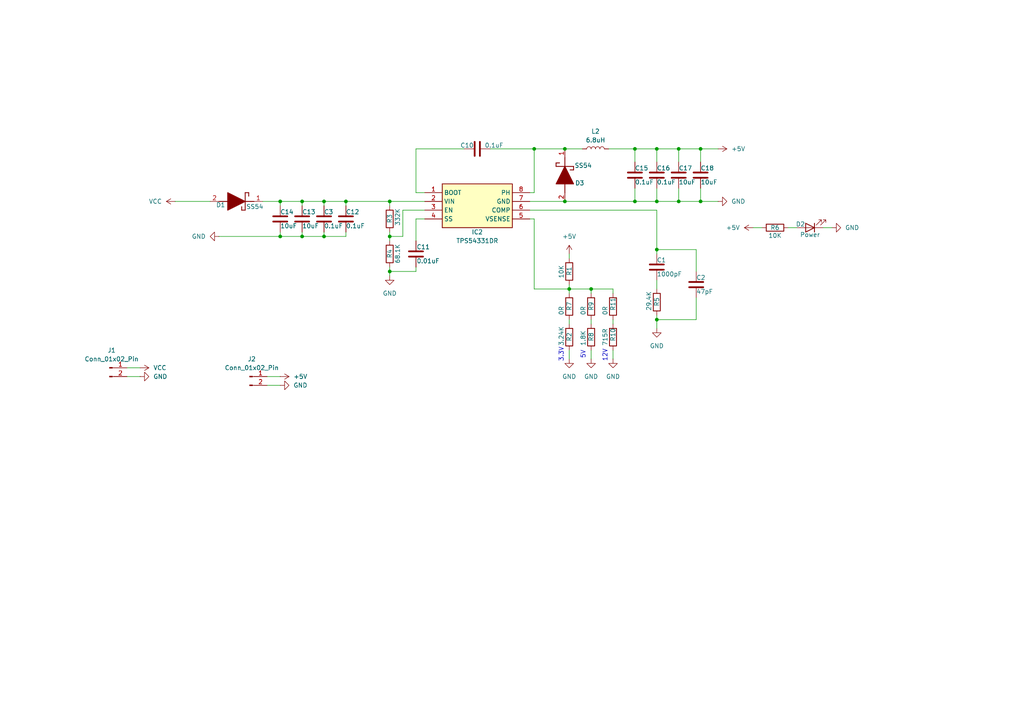
<source format=kicad_sch>
(kicad_sch (version 20231120) (generator "eeschema") (generator_version "8.0")
  (paper "A4")
  (lib_symbols
    (symbol "Connector:Conn_01x02_Pin" (pin_names (offset 1.016) hide)
      (property "Reference" "J" (at 0 2.54 0))
      (property "Value" "Conn_01x02_Pin" (at 0 -5.08 0))
      (symbol "Conn_01x02_Pin_1_1"
        (polyline (pts (xy 1.27 -2.54) (xy 0.8636 -2.54)) (stroke (width 0.1524)))
        (polyline (pts (xy 1.27 0) (xy 0.8636 0)) (stroke (width 0.1524)))
        (rectangle (start 0.8636 -2.413) (end 0 -2.667) (stroke (width 0.1524)) (fill (type outline)))
        (rectangle (start 0.8636 0.127) (end 0 -0.127) (stroke (width 0.1524)) (fill (type outline)))
        (pin passive line (at 5.08 0 180) (length 3.81) (name "Pin_1") (number "1"))
        (pin passive line (at 5.08 -2.54 180) (length 3.81) (name "Pin_2") (number "2"))
      )
    )
    (symbol "Device:C" (pin_numbers hide) (pin_names (offset 0.254))
      (property "Reference" "C" (at 0.635 2.54 0))
      (property "Value" "C" (at 0.635 -2.54 0))
      (symbol "C_0_1"
        (polyline (pts (xy -2.032 -0.762) (xy 2.032 -0.762)) (stroke (width 0.508)))
        (polyline (pts (xy -2.032 0.762) (xy 2.032 0.762)) (stroke (width 0.508)))
      )
      (symbol "C_1_1"
        (pin passive line (at 0 3.81 270) (length 2.794) (name "~") (number "1"))
        (pin passive line (at 0 -3.81 90) (length 2.794) (name "~") (number "2"))
      )
    )
    (symbol "Device:L" (pin_numbers hide) (pin_names (offset 1.016) hide)
      (property "Reference" "L" (at -1.27 0 90))
      (property "Value" "L" (at 1.905 0 90))
      (symbol "L_0_1"
        (arc (start 0 -2.54) (mid 0.6323 -1.905) (end 0 -1.27))
        (arc (start 0 -1.27) (mid 0.6323 -0.635) (end 0 0))
        (arc (start 0 0) (mid 0.6323 0.635) (end 0 1.27))
        (arc (start 0 1.27) (mid 0.6323 1.905) (end 0 2.54))
      )
      (symbol "L_1_1"
        (pin passive line (at 0 3.81 270) (length 1.27) (name "1") (number "1"))
        (pin passive line (at 0 -3.81 90) (length 1.27) (name "2") (number "2"))
      )
    )
    (symbol "Device:LED" (pin_numbers hide) (pin_names (offset 1.016) hide)
      (property "Reference" "D" (at 0 2.54 0))
      (property "Value" "LED" (at 0 -2.54 0))
      (symbol "LED_0_1"
        (polyline (pts (xy -1.27 -1.27) (xy -1.27 1.27)) (stroke (width 0.254)))
        (polyline (pts (xy -1.27 0) (xy 1.27 0)))
        (polyline (pts (xy 1.27 -1.27) (xy 1.27 1.27) (xy -1.27 0) (xy 1.27 -1.27)) (stroke (width 0.254)))
        (polyline (pts (xy -3.048 -0.762) (xy -4.572 -2.286) (xy -3.81 -2.286) (xy -4.572 -2.286) (xy -4.572 -1.524)))
        (polyline (pts (xy -1.778 -0.762) (xy -3.302 -2.286) (xy -2.54 -2.286) (xy -3.302 -2.286) (xy -3.302 -1.524)))
      )
      (symbol "LED_1_1"
        (pin passive line (at -3.81 0 0) (length 2.54) (name "K") (number "1"))
        (pin passive line (at 3.81 0 180) (length 2.54) (name "A") (number "2"))
      )
    )
    (symbol "Device:R" (pin_numbers hide) (pin_names (offset 0))
      (property "Reference" "R" (at 2.032 0 90))
      (property "Value" "R" (at 0 0 90))
      (symbol "R_0_1"
        (rectangle (start -1.016 -2.54) (end 1.016 2.54) (stroke (width 0.254)))
      )
      (symbol "R_1_1"
        (pin passive line (at 0 3.81 270) (length 1.27) (name "~") (number "1"))
        (pin passive line (at 0 -3.81 90) (length 1.27) (name "~") (number "2"))
      )
    )
    (symbol "SamacSys_Parts:SS54" (pin_names hide)
      (property "Reference" "D" (at 12.7 8.89 0))
      (property "Value" "SS54" (at 12.7 6.35 0))
      (symbol "SS54_1_1"
        (polyline (pts (xy 5.08 0) (xy 7.62 0)) (stroke (width 0.254)))
        (polyline (pts (xy 6.604 -1.524) (xy 6.604 -2.54)) (stroke (width 0.254)))
        (polyline (pts (xy 7.62 -2.54) (xy 6.604 -2.54)) (stroke (width 0.254)))
        (polyline (pts (xy 7.62 2.54) (xy 7.62 -2.54)) (stroke (width 0.254)))
        (polyline (pts (xy 7.62 2.54) (xy 8.636 2.54)) (stroke (width 0.254)))
        (polyline (pts (xy 8.636 1.524) (xy 8.636 2.54)) (stroke (width 0.254)))
        (polyline (pts (xy 12.7 0) (xy 15.24 0)) (stroke (width 0.254)))
        (polyline (pts (xy 7.62 0) (xy 12.7 2.54) (xy 12.7 -2.54) (xy 7.62 0)) (stroke (width 0.254)) (fill (type outline)))
        (pin passive line (at 2.54 0 0) (length 2.54) (name "K") (number "1"))
        (pin passive line (at 17.78 0 180) (length 2.54) (name "A") (number "2"))
      )
    )
    (symbol "SamacSys_Parts:TPS54331DR"
      (property "Reference" "IC" (at 26.67 7.62 0))
      (property "Value" "TPS54331DR" (at 26.67 5.08 0))
      (symbol "TPS54331DR_1_1"
        (rectangle (start 5.08 2.54) (end 25.4 -10.16) (stroke (width 0.254)) (fill (type background)))
        (pin passive line (at 0 0 0) (length 5.08) (name "BOOT") (number "1"))
        (pin passive line (at 0 -2.54 0) (length 5.08) (name "VIN") (number "2"))
        (pin passive line (at 0 -5.08 0) (length 5.08) (name "EN") (number "3"))
        (pin passive line (at 0 -7.62 0) (length 5.08) (name "SS") (number "4"))
        (pin passive line (at 30.48 -7.62 180) (length 5.08) (name "VSENSE") (number "5"))
        (pin passive line (at 30.48 -5.08 180) (length 5.08) (name "COMP") (number "6"))
        (pin passive line (at 30.48 -2.54 180) (length 5.08) (name "GND") (number "7"))
        (pin passive line (at 30.48 0 180) (length 5.08) (name "PH") (number "8"))
      )
    )
    (symbol "power:+5V" (power) (pin_numbers hide) (pin_names (offset 0) hide)
      (property "Value" "+5V" (at 0 3.556 0))
      (symbol "+5V_0_1"
        (polyline (pts (xy -0.762 1.27) (xy 0 2.54)))
        (polyline (pts (xy 0 0) (xy 0 2.54)))
        (polyline (pts (xy 0 2.54) (xy 0.762 1.27)))
      )
      (symbol "+5V_1_1"
        (pin power_in line (at 0 0 90) (length 0) (name "~") (number "1"))
      )
    )
    (symbol "power:GND" (power) (pin_numbers hide) (pin_names (offset 0) hide)
      (property "Value" "GND" (at 0 -3.81 0))
      (symbol "GND_0_1"
        (polyline (pts (xy 0 0) (xy 0 -1.27) (xy 1.27 -1.27) (xy 0 -2.54) (xy -1.27 -1.27) (xy 0 -1.27)))
      )
      (symbol "GND_1_1"
        (pin power_in line (at 0 0 270) (length 0) (name "~") (number "1"))
      )
    )
    (symbol "power:VCC" (power) (pin_numbers hide) (pin_names (offset 0) hide)
      (property "Value" "VCC" (at 0 3.556 0))
      (symbol "VCC_0_1"
        (polyline (pts (xy -0.762 1.27) (xy 0 2.54)))
        (polyline (pts (xy 0 0) (xy 0 2.54)))
        (polyline (pts (xy 0 2.54) (xy 0.762 1.27)))
      )
      (symbol "VCC_1_1"
        (pin power_in line (at 0 0 90) (length 0) (name "~") (number "1"))
      )
    )
  )
  (junction (at 87.63 58.42))
  (junction (at 203.2 43.18))
  (junction (at 165.1 83.82))
  (junction (at 184.15 43.18))
  (junction (at 93.98 68.58))
  (junction (at 184.15 58.42))
  (junction (at 190.5 72.39))
  (junction (at 113.03 78.74))
  (junction (at 190.5 43.18))
  (junction (at 113.03 58.42))
  (junction (at 100.33 58.42))
  (junction (at 203.2 58.42))
  (junction (at 87.63 68.58))
  (junction (at 190.5 58.42))
  (junction (at 113.03 68.58))
  (junction (at 154.94 43.18))
  (junction (at 93.98 58.42))
  (junction (at 163.83 58.42))
  (junction (at 81.28 68.58))
  (junction (at 171.45 83.82))
  (junction (at 163.83 43.18))
  (junction (at 190.5 92.71))
  (junction (at 196.85 58.42))
  (junction (at 196.85 43.18))
  (junction (at 81.28 58.42))
  (wire (pts (xy 36.83 106.68) (xy 40.64 106.68)))
  (wire (pts (xy 120.65 43.18) (xy 134.62 43.18)))
  (wire (pts (xy 177.8 101.6) (xy 177.8 104.14)))
  (wire (pts (xy 184.15 43.18) (xy 184.15 46.99)))
  (wire (pts (xy 81.28 68.58) (xy 87.63 68.58)))
  (wire (pts (xy 50.8 58.42) (xy 60.96 58.42)))
  (wire (pts (xy 165.1 83.82) (xy 171.45 83.82)))
  (wire (pts (xy 113.03 58.42) (xy 123.19 58.42)))
  (wire (pts (xy 153.67 58.42) (xy 163.83 58.42)))
  (wire (pts (xy 190.5 72.39) (xy 190.5 73.66)))
  (wire (pts (xy 190.5 92.71) (xy 190.5 95.25)))
  (wire (pts (xy 116.84 60.96) (xy 116.84 68.58)))
  (wire (pts (xy 190.5 58.42) (xy 190.5 54.61)))
  (wire (pts (xy 87.63 68.58) (xy 93.98 68.58)))
  (wire (pts (xy 190.5 92.71) (xy 201.93 92.71)))
  (wire (pts (xy 113.03 78.74) (xy 120.65 78.74)))
  (wire (pts (xy 177.8 83.82) (xy 177.8 85.09)))
  (wire (pts (xy 165.1 92.71) (xy 165.1 93.98)))
  (wire (pts (xy 203.2 43.18) (xy 208.28 43.18)))
  (wire (pts (xy 184.15 58.42) (xy 184.15 54.61)))
  (wire (pts (xy 81.28 58.42) (xy 81.28 59.69)))
  (wire (pts (xy 196.85 43.18) (xy 196.85 46.99)))
  (wire (pts (xy 196.85 58.42) (xy 196.85 54.61)))
  (wire (pts (xy 81.28 67.31) (xy 81.28 68.58)))
  (wire (pts (xy 120.65 43.18) (xy 120.65 55.88)))
  (wire (pts (xy 123.19 60.96) (xy 116.84 60.96)))
  (wire (pts (xy 36.83 109.22) (xy 40.64 109.22)))
  (wire (pts (xy 100.33 58.42) (xy 100.33 59.69)))
  (wire (pts (xy 93.98 58.42) (xy 87.63 58.42)))
  (wire (pts (xy 201.93 72.39) (xy 190.5 72.39)))
  (wire (pts (xy 113.03 69.85) (xy 113.03 68.58)))
  (wire (pts (xy 120.65 77.47) (xy 120.65 78.74)))
  (wire (pts (xy 171.45 83.82) (xy 171.45 85.09)))
  (wire (pts (xy 238.76 66.04) (xy 241.3 66.04)))
  (wire (pts (xy 171.45 83.82) (xy 177.8 83.82)))
  (wire (pts (xy 196.85 58.42) (xy 203.2 58.42)))
  (wire (pts (xy 154.94 43.18) (xy 154.94 55.88)))
  (wire (pts (xy 171.45 101.6) (xy 171.45 104.14)))
  (wire (pts (xy 100.33 68.58) (xy 100.33 67.31)))
  (wire (pts (xy 190.5 81.28) (xy 190.5 83.82)))
  (wire (pts (xy 203.2 58.42) (xy 203.2 54.61)))
  (wire (pts (xy 163.83 43.18) (xy 168.91 43.18)))
  (wire (pts (xy 165.1 83.82) (xy 165.1 85.09)))
  (wire (pts (xy 171.45 92.71) (xy 171.45 93.98)))
  (wire (pts (xy 93.98 58.42) (xy 100.33 58.42)))
  (wire (pts (xy 154.94 63.5) (xy 154.94 83.82)))
  (wire (pts (xy 190.5 58.42) (xy 196.85 58.42)))
  (wire (pts (xy 93.98 67.31) (xy 93.98 68.58)))
  (wire (pts (xy 154.94 83.82) (xy 165.1 83.82)))
  (wire (pts (xy 184.15 58.42) (xy 190.5 58.42)))
  (wire (pts (xy 201.93 92.71) (xy 201.93 86.36)))
  (wire (pts (xy 154.94 63.5) (xy 153.67 63.5)))
  (wire (pts (xy 113.03 68.58) (xy 116.84 68.58)))
  (wire (pts (xy 123.19 63.5) (xy 120.65 63.5)))
  (wire (pts (xy 153.67 60.96) (xy 190.5 60.96)))
  (wire (pts (xy 177.8 92.71) (xy 177.8 93.98)))
  (wire (pts (xy 165.1 101.6) (xy 165.1 104.14)))
  (wire (pts (xy 113.03 77.47) (xy 113.03 78.74)))
  (wire (pts (xy 142.24 43.18) (xy 154.94 43.18)))
  (wire (pts (xy 113.03 80.01) (xy 113.03 78.74)))
  (wire (pts (xy 218.44 66.04) (xy 220.98 66.04)))
  (wire (pts (xy 120.65 55.88) (xy 123.19 55.88)))
  (wire (pts (xy 163.83 58.42) (xy 184.15 58.42)))
  (wire (pts (xy 154.94 55.88) (xy 153.67 55.88)))
  (wire (pts (xy 63.5 68.58) (xy 81.28 68.58)))
  (wire (pts (xy 203.2 43.18) (xy 203.2 46.99)))
  (wire (pts (xy 228.6 66.04) (xy 231.14 66.04)))
  (wire (pts (xy 113.03 68.58) (xy 113.03 67.31)))
  (wire (pts (xy 201.93 78.74) (xy 201.93 72.39)))
  (wire (pts (xy 87.63 58.42) (xy 87.63 59.69)))
  (wire (pts (xy 77.47 111.76) (xy 81.28 111.76)))
  (wire (pts (xy 120.65 63.5) (xy 120.65 69.85)))
  (wire (pts (xy 203.2 58.42) (xy 208.28 58.42)))
  (wire (pts (xy 190.5 72.39) (xy 190.5 60.96)))
  (wire (pts (xy 113.03 59.69) (xy 113.03 58.42)))
  (wire (pts (xy 154.94 43.18) (xy 163.83 43.18)))
  (wire (pts (xy 76.2 58.42) (xy 81.28 58.42)))
  (wire (pts (xy 190.5 91.44) (xy 190.5 92.71)))
  (wire (pts (xy 196.85 43.18) (xy 203.2 43.18)))
  (wire (pts (xy 100.33 58.42) (xy 113.03 58.42)))
  (wire (pts (xy 190.5 43.18) (xy 190.5 46.99)))
  (wire (pts (xy 93.98 68.58) (xy 100.33 68.58)))
  (wire (pts (xy 77.47 109.22) (xy 81.28 109.22)))
  (wire (pts (xy 81.28 58.42) (xy 87.63 58.42)))
  (wire (pts (xy 93.98 58.42) (xy 93.98 59.69)))
  (wire (pts (xy 87.63 67.31) (xy 87.63 68.58)))
  (wire (pts (xy 165.1 73.66) (xy 165.1 74.93)))
  (wire (pts (xy 190.5 43.18) (xy 196.85 43.18)))
  (wire (pts (xy 184.15 43.18) (xy 190.5 43.18)))
  (wire (pts (xy 176.53 43.18) (xy 184.15 43.18)))
  (wire (pts (xy 165.1 82.55) (xy 165.1 83.82)))
  (text "12V" (at 175.514 103.124 90) (effects (font (size 1.27 1.27))))
  (text "5V\n" (at 169.164 102.87 90) (effects (font (size 1.27 1.27))))
  (text "3.3V" (at 162.814 102.87 90) (effects (font (size 1.27 1.27))))
  (symbol (lib_id "Device:C") (at 201.93 82.55 0) (unit 1)
    (property "Reference" "C2" (at 201.93 80.518 0) (effects (justify left)))
    (property "Value" "47pF" (at 201.93 84.582 0) (effects (justify left)))
    (property "Footprint" "Capacitor_SMD:C_0603_1608Metric" (effects (hide yes)))
    (property "Description" "Unpolarized capacitor" (effects (hide yes)))
  )
  (symbol (lib_id "Device:R") (at 113.03 73.66 0) (unit 1)
    (property "Reference" "R4" (at 113.03 74.93 90) (effects (justify left)))
    (property "Value" "68.1K" (at 115.316 76.454 90) (effects (justify left)))
    (property "Footprint" "Resistor_SMD:R_0603_1608Metric" (effects (hide yes)))
    (property "Description" "Resistor" (effects (hide yes)))
  )
  (symbol (lib_id "Device:C") (at 93.98 63.5 0) (unit 1)
    (property "Reference" "C3" (at 93.98 61.468 0) (effects (justify left)))
    (property "Value" "0.1uF" (at 93.98 65.532 0) (effects (justify left)))
    (property "Footprint" "Capacitor_SMD:C_1206_3216Metric" (effects (hide yes)))
    (property "Description" "Unpolarized capacitor" (effects (hide yes)))
  )
  (symbol (lib_id "Device:C") (at 196.85 50.8 0) (unit 1)
    (property "Reference" "C17" (at 196.85 48.768 0) (effects (justify left)))
    (property "Value" "10uF" (at 196.85 52.832 0) (effects (justify left)))
    (property "Footprint" "Capacitor_SMD:C_1206_3216Metric" (effects (hide yes)))
    (property "Description" "Unpolarized capacitor" (effects (hide yes)))
  )
  (symbol (lib_id "power:GND") (at 177.8 104.14 0) (mirror y) (unit 1)
    (property "Reference" "#PWR018" (effects (hide yes)))
    (property "Value" "GND" (at 177.8 109.22 0))
    (property "Description" "Power symbol creates a global label with name \"GND\" , ground" (effects (hide yes)))
  )
  (symbol (lib_id "Device:R") (at 171.45 97.79 0) (mirror y) (unit 1)
    (property "Reference" "R8" (at 171.45 99.06 90) (effects (justify left)))
    (property "Value" "1.8K" (at 169.164 100.33 90) (effects (justify left)))
    (property "Footprint" "Resistor_SMD:R_0603_1608Metric" (effects (hide yes)))
    (property "Description" "Resistor" (effects (hide yes)))
  )
  (symbol (lib_id "power:GND") (at 40.64 109.22 90) (unit 1)
    (property "Reference" "#PWR03" (effects (hide yes)))
    (property "Value" "GND" (at 44.45 109.2199 90) (effects (justify right)))
    (property "Description" "Power symbol creates a global label with name \"GND\" , ground" (effects (hide yes)))
  )
  (symbol (lib_id "Device:C") (at 184.15 50.8 0) (unit 1)
    (property "Reference" "C15" (at 184.15 48.768 0) (effects (justify left)))
    (property "Value" "0.1uF" (at 184.15 52.832 0) (effects (justify left)))
    (property "Footprint" "Capacitor_SMD:C_1206_3216Metric" (effects (hide yes)))
    (property "Description" "Unpolarized capacitor" (effects (hide yes)))
  )
  (symbol (lib_id "Device:C") (at 203.2 50.8 0) (unit 1)
    (property "Reference" "C18" (at 203.2 48.768 0) (effects (justify left)))
    (property "Value" "10uF" (at 203.2 52.832 0) (effects (justify left)))
    (property "Footprint" "Capacitor_SMD:C_1206_3216Metric" (effects (hide yes)))
    (property "Description" "Unpolarized capacitor" (effects (hide yes)))
  )
  (symbol (lib_id "SamacSys_Parts:SS54") (at 78.74 58.42 180) (unit 1)
    (property "Reference" "D1" (at 64.008 59.436 0))
    (property "Value" "SS54" (at 73.914 59.944 0))
    (property "Footprint" "DIOM5126X245N" (effects (hide yes)))
    (property "Datasheet" "https://datasheet.lcsc.com/lcsc/2111080930_LGE-SS54_C2903855.pdf" (effects (hide yes)))
    (property "Description" "40V 550mV@5A 5A SMA(DO-214AC) Schottky Barrier Diodes (SBD)" (effects (hide yes)))
    (property "Height" "2.45" (effects (hide yes)))
    (property "Manufacturer_Name" "LGE" (effects (hide yes)))
    (property "Manufacturer_Part_Number" "SS54" (effects (hide yes)))
  )
  (symbol (lib_id "Device:C") (at 190.5 50.8 0) (unit 1)
    (property "Reference" "C16" (at 190.5 48.768 0) (effects (justify left)))
    (property "Value" "0.1uF" (at 190.5 52.832 0) (effects (justify left)))
    (property "Footprint" "Capacitor_SMD:C_1206_3216Metric" (effects (hide yes)))
    (property "Description" "Unpolarized capacitor" (effects (hide yes)))
  )
  (symbol (lib_id "Device:R") (at 165.1 78.74 0) (mirror y) (unit 1)
    (property "Reference" "R1" (at 165.1 80.01 90) (effects (justify left)))
    (property "Value" "10K" (at 162.814 80.772 90) (effects (justify left)))
    (property "Footprint" "Resistor_SMD:R_0603_1608Metric" (effects (hide yes)))
    (property "Description" "Resistor" (effects (hide yes)))
  )
  (symbol (lib_id "Connector:Conn_01x02_Pin") (at 72.39 109.22 0) (unit 1)
    (property "Reference" "J2" (at 73.025 104.14 0))
    (property "Value" "Conn_01x02_Pin" (at 73.025 106.68 0))
    (property "Footprint" "SamacSys_Parts:Power_PAD" (effects (hide yes)))
    (property "Description" "Generic connector, single row, 01x02, script generated" (effects (hide yes)))
  )
  (symbol (lib_id "Connector:Conn_01x02_Pin") (at 31.75 106.68 0) (unit 1)
    (property "Reference" "J1" (at 32.385 101.6 0))
    (property "Value" "Conn_01x02_Pin" (at 32.385 104.14 0))
    (property "Footprint" "SamacSys_Parts:Power_PAD" (effects (hide yes)))
    (property "Description" "Generic connector, single row, 01x02, script generated" (effects (hide yes)))
  )
  (symbol (lib_id "Device:C") (at 120.65 73.66 180) (unit 1)
    (property "Reference" "C11" (at 124.714 71.628 0) (effects (justify left)))
    (property "Value" "0.01uF" (at 127.508 75.692 0) (effects (justify left)))
    (property "Footprint" "Capacitor_SMD:C_0603_1608Metric" (effects (hide yes)))
    (property "Description" "Unpolarized capacitor" (effects (hide yes)))
  )
  (symbol (lib_id "power:+5V") (at 165.1 73.66 0) (mirror y) (unit 1)
    (property "Reference" "#PWR06" (effects (hide yes)))
    (property "Value" "+5V" (at 165.1 68.58 0))
    (property "Description" "Power symbol creates a global label with name \"+5V\"" (effects (hide yes)))
  )
  (symbol (lib_id "Device:R") (at 190.5 87.63 0) (mirror y) (unit 1)
    (property "Reference" "R5" (at 190.5 88.9 90) (effects (justify left)))
    (property "Value" "29.4K" (at 188.214 90.17 90) (effects (justify left)))
    (property "Footprint" "Resistor_SMD:R_0603_1608Metric" (effects (hide yes)))
    (property "Description" "Resistor" (effects (hide yes)))
  )
  (symbol (lib_id "power:+5V") (at 218.44 66.04 90) (unit 1)
    (property "Reference" "#PWR014" (effects (hide yes)))
    (property "Value" "+5V" (at 214.63 66.0399 90) (effects (justify left)))
    (property "Description" "Power symbol creates a global label with name \"+5V\"" (effects (hide yes)))
  )
  (symbol (lib_id "power:GND") (at 81.28 111.76 90) (unit 1)
    (property "Reference" "#PWR05" (effects (hide yes)))
    (property "Value" "GND" (at 85.09 111.7599 90) (effects (justify right)))
    (property "Description" "Power symbol creates a global label with name \"GND\" , ground" (effects (hide yes)))
  )
  (symbol (lib_id "Device:R") (at 113.03 63.5 0) (unit 1)
    (property "Reference" "R3" (at 113.03 64.77 90) (effects (justify left)))
    (property "Value" "332K" (at 115.316 65.532 90) (effects (justify left)))
    (property "Footprint" "Resistor_SMD:R_0603_1608Metric" (effects (hide yes)))
    (property "Description" "Resistor" (effects (hide yes)))
  )
  (symbol (lib_id "power:GND") (at 208.28 58.42 90) (unit 1)
    (property "Reference" "#PWR012" (effects (hide yes)))
    (property "Value" "GND" (at 212.09 58.4199 90) (effects (justify right)))
    (property "Description" "Power symbol creates a global label with name \"GND\" , ground" (effects (hide yes)))
  )
  (symbol (lib_id "power:GND") (at 171.45 104.14 0) (mirror y) (unit 1)
    (property "Reference" "#PWR016" (effects (hide yes)))
    (property "Value" "GND" (at 171.45 109.22 0))
    (property "Description" "Power symbol creates a global label with name \"GND\" , ground" (effects (hide yes)))
  )
  (symbol (lib_id "Device:R") (at 177.8 97.79 0) (mirror y) (unit 1)
    (property "Reference" "R10" (at 177.8 99.06 90) (effects (justify left)))
    (property "Value" "715R" (at 175.514 100.33 90) (effects (justify left)))
    (property "Footprint" "Resistor_SMD:R_0603_1608Metric" (effects (hide yes)))
    (property "Description" "Resistor" (effects (hide yes)))
  )
  (symbol (lib_id "SamacSys_Parts:TPS54331DR") (at 123.19 55.88 0) (unit 1)
    (property "Reference" "IC2" (at 138.43 67.31 0))
    (property "Value" "TPS54331DR" (at 138.43 69.85 0))
    (property "Footprint" "SOIC127P600X175-8N" (effects (hide yes)))
    (property "Datasheet" "http://www.ti.com/lit/gpn/tps54331" (effects (hide yes)))
    (property "Description" "Texas Instruments TPS54331DR, Step Down DC-DC Converter, 3A, Adjustable, 0.8  25 V, 8-Pin SOIC" (effects (hide yes)))
    (property "Height" "1.75" (effects (hide yes)))
    (property "Manufacturer_Name" "Texas Instruments" (effects (hide yes)))
    (property "Manufacturer_Part_Number" "TPS54331DR" (effects (hide yes)))
    (property "Mouser Part Number" "595-TPS54331DR" (effects (hide yes)))
    (property "Mouser Price/Stock" "https://www.mouser.co.uk/ProductDetail/Texas-Instruments/TPS54331DR?qs=QyYHynRG50rsSYcB%2Ftz4Yw%3D%3D" (effects (hide yes)))
    (property "Arrow Part Number" "TPS54331DR" (effects (hide yes)))
    (property "Arrow Price/Stock" "https://www.arrow.com/en/products/tps54331dr/texas-instruments?region=nac" (effects (hide yes)))
  )
  (symbol (lib_id "SamacSys_Parts:SS54") (at 163.83 40.64 270) (unit 1)
    (property "Reference" "D3" (at 168.148 53.086 90))
    (property "Value" "SS54" (at 169.164 48.006 90))
    (property "Footprint" "DIOM5126X245N" (effects (hide yes)))
    (property "Datasheet" "https://datasheet.lcsc.com/lcsc/2111080930_LGE-SS54_C2903855.pdf" (effects (hide yes)))
    (property "Description" "40V 550mV@5A 5A SMA(DO-214AC) Schottky Barrier Diodes (SBD)" (effects (hide yes)))
    (property "Height" "2.45" (effects (hide yes)))
    (property "Manufacturer_Name" "LGE" (effects (hide yes)))
    (property "Manufacturer_Part_Number" "SS54" (effects (hide yes)))
  )
  (symbol (lib_id "Device:C") (at 81.28 63.5 0) (unit 1)
    (property "Reference" "C14" (at 81.28 61.468 0) (effects (justify left)))
    (property "Value" "10uF" (at 81.28 65.532 0) (effects (justify left)))
    (property "Footprint" "Capacitor_SMD:C_1206_3216Metric" (effects (hide yes)))
    (property "Description" "Unpolarized capacitor" (effects (hide yes)))
  )
  (symbol (lib_id "Device:C") (at 87.63 63.5 0) (unit 1)
    (property "Reference" "C13" (at 87.63 61.468 0) (effects (justify left)))
    (property "Value" "10uF" (at 87.63 65.532 0) (effects (justify left)))
    (property "Footprint" "Capacitor_SMD:C_1206_3216Metric" (effects (hide yes)))
    (property "Description" "Unpolarized capacitor" (effects (hide yes)))
  )
  (symbol (lib_id "Device:LED") (at 234.95 66.04 180) (unit 1)
    (property "Reference" "D2" (at 232.156 65.024 0))
    (property "Value" "Power" (at 234.95 68.072 0))
    (property "Footprint" "LED_SMD:LED_0603_1608Metric" (effects (hide yes)))
    (property "Description" "Light emitting diode" (effects (hide yes)))
  )
  (symbol (lib_id "Device:C") (at 190.5 77.47 0) (unit 1)
    (property "Reference" "C1" (at 190.5 75.438 0) (effects (justify left)))
    (property "Value" "1000pF" (at 190.5 79.502 0) (effects (justify left)))
    (property "Footprint" "Capacitor_SMD:C_0603_1608Metric" (effects (hide yes)))
    (property "Description" "Unpolarized capacitor" (effects (hide yes)))
  )
  (symbol (lib_id "Device:R") (at 165.1 97.79 0) (mirror y) (unit 1)
    (property "Reference" "R2" (at 165.1 99.06 90) (effects (justify left)))
    (property "Value" "3.24K" (at 162.814 100.33 90) (effects (justify left)))
    (property "Footprint" "Resistor_SMD:R_0603_1608Metric" (effects (hide yes)))
    (property "Description" "Resistor" (effects (hide yes)))
  )
  (symbol (lib_id "Device:R") (at 177.8 88.9 0) (mirror y) (unit 1)
    (property "Reference" "R11" (at 177.8 90.17 90) (effects (justify left)))
    (property "Value" "0R" (at 175.514 91.44 90) (effects (justify left)))
    (property "Footprint" "Resistor_SMD:R_0603_1608Metric" (effects (hide yes)))
    (property "Description" "Resistor" (effects (hide yes)))
  )
  (symbol (lib_id "power:VCC") (at 40.64 106.68 270) (unit 1)
    (property "Reference" "#PWR02" (effects (hide yes)))
    (property "Value" "VCC" (at 44.45 106.6799 90) (effects (justify left)))
    (property "Description" "Power symbol creates a global label with name \"VCC\"" (effects (hide yes)))
  )
  (symbol (lib_id "power:+5V") (at 208.28 43.18 270) (unit 1)
    (property "Reference" "#PWR011" (effects (hide yes)))
    (property "Value" "+5V" (at 212.09 43.1799 90) (effects (justify left)))
    (property "Description" "Power symbol creates a global label with name \"+5V\"" (effects (hide yes)))
  )
  (symbol (lib_id "Device:R") (at 171.45 88.9 0) (mirror y) (unit 1)
    (property "Reference" "R9" (at 171.45 90.17 90) (effects (justify left)))
    (property "Value" "0R" (at 169.164 91.44 90) (effects (justify left)))
    (property "Footprint" "Resistor_SMD:R_0603_1608Metric" (effects (hide yes)))
    (property "Description" "Resistor" (effects (hide yes)))
  )
  (symbol (lib_id "power:GND") (at 113.03 80.01 0) (unit 1)
    (property "Reference" "#PWR08" (effects (hide yes)))
    (property "Value" "GND" (at 113.03 85.09 0))
    (property "Description" "Power symbol creates a global label with name \"GND\" , ground" (effects (hide yes)))
  )
  (symbol (lib_id "Device:L") (at 172.72 43.18 90) (unit 1)
    (property "Reference" "L2" (at 172.72 38.1 90))
    (property "Value" "6.8uH" (at 172.72 40.64 90))
    (property "Footprint" "Inductor_SMD:L_Changjiang_FNR5040S" (effects (hide yes)))
    (property "Description" "Inductor" (effects (hide yes)))
  )
  (symbol (lib_id "power:GND") (at 165.1 104.14 0) (mirror y) (unit 1)
    (property "Reference" "#PWR07" (effects (hide yes)))
    (property "Value" "GND" (at 165.1 109.22 0))
    (property "Description" "Power symbol creates a global label with name \"GND\" , ground" (effects (hide yes)))
  )
  (symbol (lib_id "Device:R") (at 224.79 66.04 90) (unit 1)
    (property "Reference" "R6" (at 224.79 66.04 90))
    (property "Value" "10K" (at 224.79 68.326 90))
    (property "Footprint" "Resistor_SMD:R_0603_1608Metric" (effects (hide yes)))
    (property "Description" "Resistor" (effects (hide yes)))
  )
  (symbol (lib_id "power:GND") (at 241.3 66.04 90) (unit 1)
    (property "Reference" "#PWR013" (effects (hide yes)))
    (property "Value" "GND" (at 245.11 66.0399 90) (effects (justify right)))
    (property "Description" "Power symbol creates a global label with name \"GND\" , ground" (effects (hide yes)))
  )
  (symbol (lib_id "Device:C") (at 138.43 43.18 90) (unit 1)
    (property "Reference" "C10" (at 137.414 42.164 90) (effects (justify left)))
    (property "Value" "0.1uF" (at 146.05 42.164 90) (effects (justify left)))
    (property "Footprint" "Capacitor_SMD:C_0603_1608Metric" (effects (hide yes)))
    (property "Description" "Unpolarized capacitor" (effects (hide yes)))
  )
  (symbol (lib_id "power:GND") (at 63.5 68.58 270) (unit 1)
    (property "Reference" "#PWR09" (effects (hide yes)))
    (property "Value" "GND" (at 59.69 68.5799 90) (effects (justify right)))
    (property "Description" "Power symbol creates a global label with name \"GND\" , ground" (effects (hide yes)))
  )
  (symbol (lib_id "power:GND") (at 190.5 95.25 0) (unit 1)
    (property "Reference" "#PWR01" (effects (hide yes)))
    (property "Value" "GND" (at 190.5 100.33 0))
    (property "Description" "Power symbol creates a global label with name \"GND\" , ground" (effects (hide yes)))
  )
  (symbol (lib_id "power:VCC") (at 50.8 58.42 90) (unit 1)
    (property "Reference" "#PWR010" (effects (hide yes)))
    (property "Value" "VCC" (at 46.99 58.4199 90) (effects (justify left)))
    (property "Description" "Power symbol creates a global label with name \"VCC\"" (effects (hide yes)))
  )
  (symbol (lib_id "power:+5V") (at 81.28 109.22 270) (unit 1)
    (property "Reference" "#PWR04" (effects (hide yes)))
    (property "Value" "+5V" (at 85.09 109.2199 90) (effects (justify left)))
    (property "Description" "Power symbol creates a global label with name \"+5V\"" (effects (hide yes)))
  )
  (symbol (lib_id "Device:R") (at 165.1 88.9 0) (mirror y) (unit 1)
    (property "Reference" "R7" (at 165.1 90.17 90) (effects (justify left)))
    (property "Value" "0R" (at 162.814 91.44 90) (effects (justify left)))
    (property "Footprint" "Resistor_SMD:R_0603_1608Metric" (effects (hide yes)))
    (property "Description" "Resistor" (effects (hide yes)))
  )
  (symbol (lib_id "Device:C") (at 100.33 63.5 0) (unit 1)
    (property "Reference" "C12" (at 100.33 61.468 0) (effects (justify left)))
    (property "Value" "0.1uF" (at 100.33 65.532 0) (effects (justify left)))
    (property "Footprint" "Capacitor_SMD:C_1206_3216Metric" (effects (hide yes)))
    (property "Description" "Unpolarized capacitor" (effects (hide yes)))
  )
)
</source>
